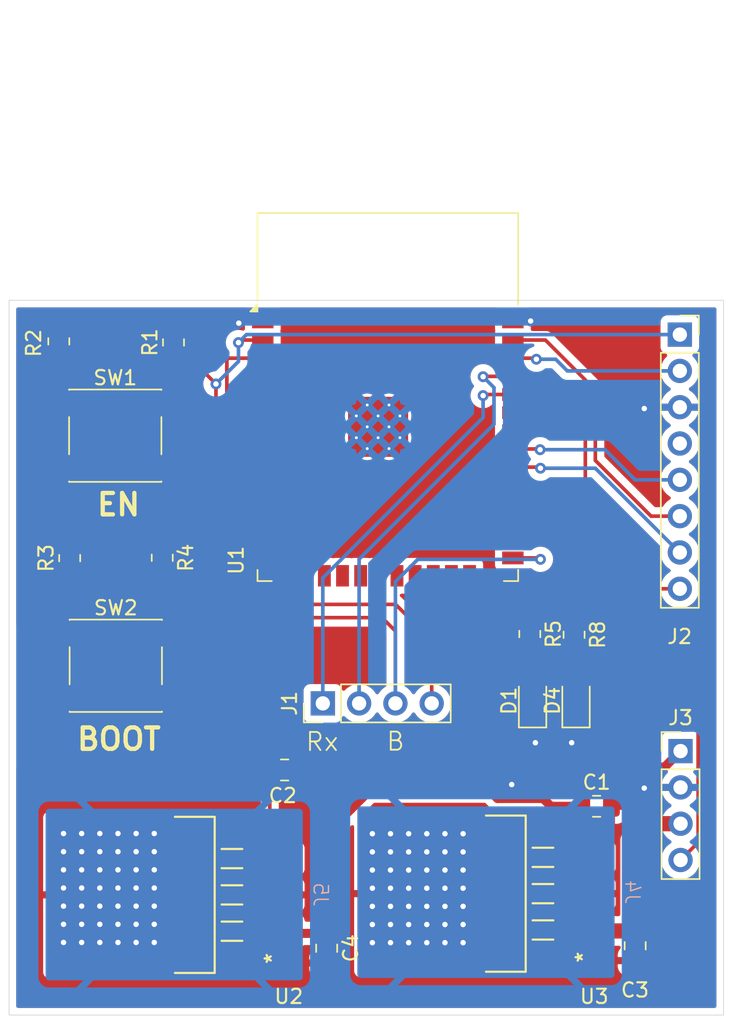
<source format=kicad_pcb>
(kicad_pcb (version 20240108) (generator "pcbnew") (generator_version "8.0")
  (layers (0 "F.Cu" signal) (31 "B.Cu" signal) (34 "B.Paste" user) (35 "F.Paste" user) (36 "B.SilkS" user "B.Silkscreen") (37 "F.SilkS" user "F.Silkscreen") (38 "B.Mask" user) (39 "F.Mask" user) (44 "Edge.Cuts" user))
  (net 0 "")
  (net 1 "/5V")
  (net 2 "GND")
  (net 3 "VDD")
  (net 4 "/12V")
  (net 5 "Net-(D1-A)")
  (net 6 "Net-(D4-A)")
  (net 7 "/EN")
  (net 8 "Net-(J1-Pin_2)")
  (net 9 "Net-(J1-Pin_1)")
  (net 10 "/BOOT")
  (net 11 "/SDA")
  (net 12 "/SCK")
  (net 13 "/NC")
  (net 14 "/MISO")
  (net 15 "/MOSI")
  (net 16 "/RST")
  (net 17 "Net-(J3-Pin_4)")
  (net 18 "Net-(R2-Pad2)")
  (net 19 "Net-(R4-Pad2)")
  (net 20 "/Green")
  (net 21 "/RED")
  (net 25 "/Blue")
  (footprint "Resistor_SMD:R_0805_2012Metric_Pad1.20x1.40mm_HandSolder" (layer "F.Cu") (at 131.2418 95.0374 90)
    (property "Reference" "R3" (at 0 -1.65 -90) (layer "F.SilkS"))
    (property "Value" "12K")
    (fp_line (start -0.227064 -0.735) (end 0.227064 -0.735) (stroke (width 0.12)) (layer "F.SilkS"))
    (fp_line (start -0.227064 0.735) (end 0.227064 0.735) (stroke (width 0.12)) (layer "F.SilkS"))
    (pad "1" smd roundrect (at -1 0 90) (size 1.2 1.4) (layers "F.Cu" "F.Paste" "F.Mask") (roundrect_rratio 0.208333) (net 3 "VDD"))
    (pad "2" smd roundrect (at 1 0 90) (size 1.2 1.4) (layers "F.Cu" "F.Paste" "F.Mask") (roundrect_rratio 0.208333) (net 10 "/BOOT"))
  )
  (footprint "Connector_PinHeader_2.54mm:PinHeader_1x04_P2.54mm_Vertical" (layer "F.Cu") (at 173.99 108.5342)
    (property "Reference" "J3" (at 0 -2.33 0) (layer "F.SilkS"))
    (property "Value" "Conn_01x04_Pin")
    (fp_line (start -1.33 -1.33) (end 0 -1.33) (stroke (width 0.12)) (layer "F.SilkS"))
    (fp_line (start -1.33 0) (end -1.33 -1.33) (stroke (width 0.12)) (layer "F.SilkS"))
    (fp_line (start -1.33 1.27) (end -1.33 8.95) (stroke (width 0.12)) (layer "F.SilkS"))
    (fp_line (start -1.33 1.27) (end 1.33 1.27) (stroke (width 0.12)) (layer "F.SilkS"))
    (fp_line (start -1.33 8.95) (end 1.33 8.95) (stroke (width 0.12)) (layer "F.SilkS"))
    (fp_line (start 1.33 1.27) (end 1.33 8.95) (stroke (width 0.12)) (layer "F.SilkS"))
    (pad "1" thru_hole rect (at 0 0) (size 1.7 1.7) (drill 1) (layers "*.Cu" "*.Mask") (net 1 "/5V"))
    (pad "2" thru_hole oval (at 0 2.54) (size 1.7 1.7) (drill 1) (layers "*.Cu" "*.Mask") (net 2 "GND"))
    (pad "3" thru_hole oval (at 0 5.08) (size 1.7 1.7) (drill 1) (layers "*.Cu" "*.Mask") (net 4 "/12V"))
    (pad "4" thru_hole oval (at 0 7.62) (size 1.7 1.7) (drill 1) (layers "*.Cu" "*.Mask") (net 17 "Net-(J3-Pin_4)"))
  )
  (footprint "Capacitor_SMD:C_0805_2012Metric_Pad1.18x1.45mm_HandSolder" (layer "F.Cu") (at 170.815 122.1525 -90)
    (property "Reference" "C3" (at 3.097499 0.014999 180) (layer "F.SilkS"))
    (property "Value" "0.22")
    (fp_line (start -0.261252 0.735) (end 0.261252 0.735) (stroke (width 0.12)) (layer "F.SilkS"))
    (fp_line (start -0.261252 -0.735) (end 0.261252 -0.735) (stroke (width 0.12)) (layer "F.SilkS"))
    (pad "1" smd roundrect (at -1.0375 0 270) (size 1.175 1.45) (layers "F.Cu" "F.Paste" "F.Mask") (roundrect_rratio 0.212766) (net 4 "/12V"))
    (pad "2" smd roundrect (at 1.0375 0 270) (size 1.175 1.45) (layers "F.Cu" "F.Paste" "F.Mask") (roundrect_rratio 0.212766) (net 2 "GND"))
  )
  (footprint "Capacitor_SMD:C_0805_2012Metric_Pad1.18x1.45mm_HandSolder" (layer "F.Cu") (at 149.225 122.3225 -90)
    (property "Reference" "C4" (at 0 -1.68 90) (layer "F.SilkS"))
    (property "Value" "0.22u")
    (fp_line (start -0.261252 0.735) (end 0.261252 0.735) (stroke (width 0.12)) (layer "F.SilkS"))
    (fp_line (start -0.261252 -0.735) (end 0.261252 -0.735) (stroke (width 0.12)) (layer "F.SilkS"))
    (pad "1" smd roundrect (at -1.0375 0 270) (size 1.175 1.45) (layers "F.Cu" "F.Paste" "F.Mask") (roundrect_rratio 0.212766) (net 1 "/5V"))
    (pad "2" smd roundrect (at 1.0375 0 270) (size 1.175 1.45) (layers "F.Cu" "F.Paste" "F.Mask") (roundrect_rratio 0.212766) (net 2 "GND"))
  )
  (footprint "Resistor_SMD:R_0805_2012Metric_Pad1.20x1.40mm_HandSolder" (layer "F.Cu") (at 137.7188 95.012 -90)
    (property "Reference" "R4" (at 0 -1.65 90) (layer "F.SilkS"))
    (property "Value" "470")
    (fp_line (start -0.227064 0.735) (end 0.227064 0.735) (stroke (width 0.12)) (layer "F.SilkS"))
    (fp_line (start -0.227064 -0.735) (end 0.227064 -0.735) (stroke (width 0.12)) (layer "F.SilkS"))
    (pad "1" smd roundrect (at -1 0 270) (size 1.2 1.4) (layers "F.Cu" "F.Paste" "F.Mask") (roundrect_rratio 0.208333) (net 10 "/BOOT"))
    (pad "2" smd roundrect (at 1 0 270) (size 1.2 1.4) (layers "F.Cu" "F.Paste" "F.Mask") (roundrect_rratio 0.208333) (net 19 "Net-(R4-Pad2)"))
  )
  (footprint "Button_Switch_SMD:SW_Push_1P1T_NO_6x6mm_H9.5mm" (layer "F.Cu") (at 134.4296 86.4722)
    (property "Reference" "SW1" (at 0 -4.05 0) (layer "F.SilkS"))
    (property "Value" "SW_Push")
    (fp_line (start -3.23 -3.23) (end 3.23 -3.23) (stroke (width 0.12)) (layer "F.SilkS"))
    (fp_line (start -3.23 -3.2) (end -3.23 -3.23) (stroke (width 0.12)) (layer "F.SilkS"))
    (fp_line (start -3.23 -1.3) (end -3.23 1.3) (stroke (width 0.12)) (layer "F.SilkS"))
    (fp_line (start -3.23 3.23) (end -3.23 3.2) (stroke (width 0.12)) (layer "F.SilkS"))
    (fp_line (start -3.23 3.23) (end 3.23 3.23) (stroke (width 0.12)) (layer "F.SilkS"))
    (fp_line (start 3.23 -3.23) (end 3.23 -3.2) (stroke (width 0.12)) (layer "F.SilkS"))
    (fp_line (start 3.23 -1.3) (end 3.23 1.3) (stroke (width 0.12)) (layer "F.SilkS"))
    (fp_line (start 3.23 3.23) (end 3.23 3.2) (stroke (width 0.12)) (layer "F.SilkS"))
    (pad "1" smd rect (at -3.975 -2.25) (size 1.55 1.3) (layers "F.Cu" "F.Paste" "F.Mask") (net 18 "Net-(R2-Pad2)"))
    (pad "1" smd rect (at 3.975 -2.25) (size 1.55 1.3) (layers "F.Cu" "F.Paste" "F.Mask") (net 18 "Net-(R2-Pad2)"))
    (pad "2" smd rect (at -3.975 2.25) (size 1.55 1.3) (layers "F.Cu" "F.Paste" "F.Mask") (net 2 "GND"))
    (pad "2" smd rect (at 3.975 2.25) (size 1.55 1.3) (layers "F.Cu" "F.Paste" "F.Mask") (net 2 "GND"))
  )
  (footprint "Resistor_SMD:R_0805_2012Metric_Pad1.20x1.40mm_HandSolder" (layer "F.Cu") (at 130.4798 79.8736 -90)
    (property "Reference" "R2" (at 0.1264 1.7548 90) (layer "F.SilkS"))
    (property "Value" "470")
    (fp_line (start -0.227064 0.735) (end 0.227064 0.735) (stroke (width 0.12)) (layer "F.SilkS"))
    (fp_line (start -0.227064 -0.735) (end 0.227064 -0.735) (stroke (width 0.12)) (layer "F.SilkS"))
    (pad "1" smd roundrect (at -1 0 270) (size 1.2 1.4) (layers "F.Cu" "F.Paste" "F.Mask") (roundrect_rratio 0.208333) (net 7 "/EN"))
    (pad "2" smd roundrect (at 1 0 270) (size 1.2 1.4) (layers "F.Cu" "F.Paste" "F.Mask") (roundrect_rratio 0.208333) (net 18 "Net-(R2-Pad2)"))
  )
  (footprint "footprints_5v:TO263-3LD_MCH" (layer "F.Cu") (at 158.4423 118.506 90)
    (property "Reference" "U3" (at -7.194 9.5077 0) (layer "F.SilkS"))
    (property "Value" "MIC2940A-5.0WU")
    (fp_line (start -5.461 1.929749) (end -5.461 4.7117) (stroke (width 0.1524)) (layer "F.SilkS"))
    (fp_line (start 5.461 4.7117) (end 5.461 1.929749) (stroke (width 0.1524)) (layer "F.SilkS"))
    (fp_line (start -5.461 4.7117) (end 5.461 4.7117) (stroke (width 0.1524)) (layer "F.SilkS"))
    (fp_line (start 3.2131 5.1943) (end 3.2131 6.6421) (stroke (width 0.1524)) (layer "F.SilkS"))
    (fp_line (start 1.8669 5.1943) (end 1.8669 6.6421) (stroke (width 0.1524)) (layer "F.SilkS"))
    (fp_line (start 0.6731 5.1943) (end 0.6731 6.6421) (stroke (width 0.1524)) (layer "F.SilkS"))
    (fp_line (start -0.6731 5.1943) (end -0.6731 6.6421) (stroke (width 0.1524)) (layer "F.SilkS"))
    (fp_line (start -1.8669 5.1943) (end -1.8669 6.6421) (stroke (width 0.1524)) (layer "F.SilkS"))
    (fp_line (start -3.2131 5.1943) (end -3.2131 6.6421) (stroke (width 0.1524)) (layer "F.SilkS"))
    (fp_text user "*" (at -4.445 8.7503 90) (layer "F.SilkS"))
    (fp_text user "*" (at -4.445 8.7503 -90) (layer "F.SilkS"))
    (pad "1" smd rect (at -2.54 8.7503 90) (size 1.397 3.5052) (layers "F.Cu" "F.Paste" "F.Mask") (net 4 "/12V"))
    (pad "2" smd rect (at 0 8.7503 90) (size 1.397 3.5052) (layers "F.Cu" "F.Paste" "F.Mask") (net 2 "GND"))
    (pad "3" smd rect (at 2.54 8.7503 90) (size 1.397 3.5052) (layers "F.Cu" "F.Paste" "F.Mask") (net 1 "/5V"))
    (pad "4" smd rect (at 0 -2.5908 90) (size 10.7188 8.4074) (layers "F.Cu" "F.Paste" "F.Mask") (net 2 "GND"))
  )
  (footprint "Capacitor_SMD:C_0805_2012Metric_Pad1.18x1.45mm_HandSolder" (layer "F.Cu") (at 168.115 112.395)
    (property "Reference" "C1" (at 0 -1.68 0) (layer "F.SilkS"))
    (property "Value" "10u")
    (fp_line (start -0.261252 -0.735) (end 0.261252 -0.735) (stroke (width 0.12)) (layer "F.SilkS"))
    (fp_line (start -0.261252 0.735) (end 0.261252 0.735) (stroke (width 0.12)) (layer "F.SilkS"))
    (pad "1" smd roundrect (at -1.0375 0) (size 1.175 1.45) (layers "F.Cu" "F.Paste" "F.Mask") (roundrect_rratio 0.212766) (net 1 "/5V"))
    (pad "2" smd roundrect (at 1.0375 0) (size 1.175 1.45) (layers "F.Cu" "F.Paste" "F.Mask") (roundrect_rratio 0.212766) (net 2 "GND"))
  )
  (footprint "LED_SMD:LED_0805_2012Metric_Pad1.15x1.40mm_HandSolder" (layer "F.Cu") (at 166.6748 105.02 90)
    (property "Reference" "D4" (at 0 -1.65 -90) (layer "F.SilkS"))
    (property "Value" "RED LED")
    (fp_line (start 1 -0.96) (end -1.86 -0.96) (stroke (width 0.12)) (layer "F.SilkS"))
    (fp_line (start -1.86 -0.96) (end -1.86 0.96) (stroke (width 0.12)) (layer "F.SilkS"))
    (fp_line (start -1.86 0.96) (end 1 0.96) (stroke (width 0.12)) (layer "F.SilkS"))
    (pad "1" smd roundrect (at -1.025 0 90) (size 1.15 1.4) (layers "F.Cu" "F.Paste" "F.Mask") (roundrect_rratio 0.217391) (net 2 "GND"))
    (pad "2" smd roundrect (at 1.025 0 90) (size 1.15 1.4) (layers "F.Cu" "F.Paste" "F.Mask") (roundrect_rratio 0.217391) (net 6 "Net-(D4-A)"))
  )
  (footprint "Connector_PinHeader_2.54mm:PinHeader_1x04_P2.54mm_Vertical" (layer "F.Cu") (at 148.9556 105.1968 90)
    (property "Reference" "J1" (at 0 -2.33 -90) (layer "F.SilkS"))
    (property "Value" "Conn_01x04_Pin")
    (fp_line (start -1.33 -1.33) (end 0 -1.33) (stroke (width 0.12)) (layer "F.SilkS"))
    (fp_line (start -1.33 0) (end -1.33 -1.33) (stroke (width 0.12)) (layer "F.SilkS"))
    (fp_line (start 1.33 1.27) (end 1.33 8.95) (stroke (width 0.12)) (layer "F.SilkS"))
    (fp_line (start -1.33 1.27) (end 1.33 1.27) (stroke (width 0.12)) (layer "F.SilkS"))
    (fp_line (start -1.33 1.27) (end -1.33 8.95) (stroke (width 0.12)) (layer "F.SilkS"))
    (fp_line (start -1.33 8.95) (end 1.33 8.95) (stroke (width 0.12)) (layer "F.SilkS"))
    (pad "1" thru_hole rect (at 0 0 90) (size 1.7 1.7) (drill 1) (layers "*.Cu" "*.Mask") (net 9 "Net-(J1-Pin_1)"))
    (pad "2" thru_hole oval (at 0 2.54 90) (size 1.7 1.7) (drill 1) (layers "*.Cu" "*.Mask") (net 8 "Net-(J1-Pin_2)"))
    (pad "3" thru_hole oval (at 0 5.08 90) (size 1.7 1.7) (drill 1) (layers "*.Cu" "*.Mask") (net 10 "/BOOT"))
    (pad "4" thru_hole oval (at 0 7.62 90) (size 1.7 1.7) (drill 1) (layers "*.Cu" "*.Mask") (net 7 "/EN"))
  )
  (footprint "Capacitor_SMD:C_0805_2012Metric_Pad1.18x1.45mm_HandSolder" (layer "F.Cu") (at 146.2825 109.855)
    (property "Reference" "C2" (at -0.1325 1.795 0) (layer "F.SilkS"))
    (property "Value" "10u")
    (fp_line (start -0.261252 -0.735) (end 0.261252 -0.735) (stroke (width 0.12)) (layer "F.SilkS"))
    (fp_line (start -0.261252 0.735) (end 0.261252 0.735) (stroke (width 0.12)) (layer "F.SilkS"))
    (pad "1" smd roundrect (at -1.0375 0) (size 1.175 1.45) (layers "F.Cu" "F.Paste" "F.Mask") (roundrect_rratio 0.212766) (net 3 "VDD"))
    (pad "2" smd roundrect (at 1.0375 0) (size 1.175 1.45) (layers "F.Cu" "F.Paste" "F.Mask") (roundrect_rratio 0.212766) (net 2 "GND"))
  )
  (footprint "RF_Module:ESP32-WROOM-32" (layer "F.Cu") (at 153.5052 86.7614)
    (property "Reference" "U1" (at -10.61 8.43 90) (layer "F.SilkS"))
    (property "Value" "ESP32-WROOM-32")
    (fp_line (start -9.12 -15.86) (end -9.12 -9.7) (stroke (width 0.12)) (layer "F.SilkS"))
    (fp_line (start -9.12 -15.86) (end 9.12 -15.86) (stroke (width 0.12)) (layer "F.SilkS"))
    (fp_line (start -9.12 9.1) (end -9.12 9.88) (stroke (width 0.12)) (layer "F.SilkS"))
    (fp_line (start -9.12 9.88) (end -8.12 9.88) (stroke (width 0.12)) (layer "F.SilkS"))
    (fp_line (start 9.12 -15.86) (end 9.12 -9.445) (stroke (width 0.12)) (layer "F.SilkS"))
    (fp_line (start 9.12 9.1) (end 9.12 9.88) (stroke (width 0.12)) (layer "F.SilkS"))
    (fp_line (start 9.12 9.88) (end 8.12 9.88) (stroke (width 0.12)) (layer "F.SilkS"))
    (fp_poly (pts (xy -9.125 -8.975) (xy -9.625 -8.975) (xy -9.125 -9.475) (xy -9.125 -8.975)) (stroke (width 0.12)) (fill solid) (layer "F.SilkS"))
    (pad "1" smd rect (at -8.75 -8.25) (size 1.5 0.9) (layers "F.Cu" "F.Paste" "F.Mask") (net 2 "GND"))
    (pad "2" smd rect (at -8.75 -6.98) (size 1.5 0.9) (layers "F.Cu" "F.Paste" "F.Mask") (net 3 "VDD"))
    (pad "3" smd rect (at -8.75 -5.71) (size 1.5 0.9) (layers "F.Cu" "F.Paste" "F.Mask") (net 7 "/EN"))
    (pad "4" smd rect (at -8.75 -4.44) (size 1.5 0.9) (layers "F.Cu" "F.Paste" "F.Mask"))
    (pad "5" smd rect (at -8.75 -3.17) (size 1.5 0.9) (layers "F.Cu" "F.Paste" "F.Mask"))
    (pad "6" smd rect (at -8.75 -1.9) (size 1.5 0.9) (layers "F.Cu" "F.Paste" "F.Mask"))
    (pad "7" smd rect (at -8.75 -0.63) (size 1.5 0.9) (layers "F.Cu" "F.Paste" "F.Mask"))
    (pad "8" smd rect (at -8.75 0.64) (size 1.5 0.9) (layers "F.Cu" "F.Paste" "F.Mask"))
    (pad "9" smd rect (at -8.75 1.91) (size 1.5 0.9) (layers "F.Cu" "F.Paste" "F.Mask"))
    (pad "10" smd rect (at -8.75 3.18) (size 1.5 0.9) (layers "F.Cu" "F.Paste" "F.Mask"))
    (pad "11" smd rect (at -8.75 4.45) (size 1.5 0.9) (layers "F.Cu" "F.Paste" "F.Mask"))
    (pad "12" smd rect (at -8.75 5.72) (size 1.5 0.9) (layers "F.Cu" "F.Paste" "F.Mask"))
    (pad "13" smd rect (at -8.75 6.99) (size 1.5 0.9) (layers "F.Cu" "F.Paste" "F.Mask"))
    (pad "14" smd rect (at -8.75 8.26) (size 1.5 0.9) (layers "F.Cu" "F.Paste" "F.Mask"))
    (pad "15" smd rect (at -5.71 9.51 90) (size 1.5 0.9) (layers "F.Cu" "F.Paste" "F.Mask") (net 2 "GND"))
    (pad "16" smd rect (at -4.44 9.51 90) (size 1.5 0.9) (layers "F.Cu" "F.Paste" "F.Mask"))
    (pad "17" smd rect (at -3.17 9.51 90) (size 1.5 0.9) (layers "F.Cu" "F.Paste" "F.Mask"))
    (pad "18" smd rect (at -1.9 9.51 90) (size 1.5 0.9) (layers "F.Cu" "F.Paste" "F.Mask"))
    (pad "19" smd rect (at -0.63 9.51 90) (size 1.5 0.9) (layers "F.Cu" "F.Paste" "F.Mask"))
    (pad "20" smd rect (at 0.64 9.51 90) (size 1.5 0.9) (layers "F.Cu" "F.Paste" "F.Mask"))
    (pad "21" smd rect (at 1.91 9.51 90) (size 1.5 0.9) (layers "F.Cu" "F.Paste" "F.Mask"))
    (pad "22" smd rect (at 3.18 9.51 90) (size 1.5 0.9) (layers "F.Cu" "F.Paste" "F.Mask"))
    (pad "23" smd rect (at 4.45 9.51 90) (size 1.5 0.9) (layers "F.Cu" "F.Paste" "F.Mask") (net 25 "/Blue"))
    (pad "24" smd rect (at 5.72 9.51 90) (size 1.5 0.9) (layers "F.Cu" "F.Paste" "F.Mask") (net 20 "/Green"))
    (pad "25" smd rect (at 8.75 8.26) (size 1.5 0.9) (layers "F.Cu" "F.Paste" "F.Mask") (net 10 "/BOOT"))
    (pad "26" smd rect (at 8.75 6.99) (size 1.5 0.9) (layers "F.Cu" "F.Paste" "F.Mask") (net 21 "/RED"))
    (pad "27" smd rect (at 8.75 5.72) (size 1.5 0.9) (layers "F.Cu" "F.Paste" "F.Mask"))
    (pad "28" smd rect (at 8.75 4.45) (size 1.5 0.9) (layers "F.Cu" "F.Paste" "F.Mask"))
    (pad "29" smd rect (at 8.75 3.18) (size 1.5 0.9) (layers "F.Cu" "F.Paste" "F.Mask") (net 17 "Net-(J3-Pin_4)"))
    (pad "30" smd rect (at 8.75 1.91) (size 1.5 0.9) (layers "F.Cu" "F.Paste" "F.Mask") (net 12 "/SCK"))
    (pad "31" smd rect (at 8.75 0.64) (size 1.5 0.9) (layers "F.Cu" "F.Paste" "F.Mask") (net 14 "/MISO"))
    (pad "32" smd rect (at 8.75 -0.63) (size 1.5 0.9) (layers "F.Cu" "F.Paste" "F.Mask"))
    (pad "33" smd rect (at 8.75 -1.9) (size 1.5 0.9) (layers "F.Cu" "F.Paste" "F.Mask") (net 11 "/SDA"))
    (pad "34" smd rect (at 8.75 -3.17) (size 1.5 0.9) (layers "F.Cu" "F.Paste" "F.Mask") (net 9 "Net-(J1-Pin_1)"))
    (pad "35" smd rect (at 8.75 -4.44) (size 1.5 0.9) (layers "F.Cu" "F.Paste" "F.Mask") (net 8 "Net-(J1-Pin_2)"))
    (pad "36" smd rect (at 8.75 -5.71) (size 1.5 0.9) (layers "F.Cu" "F.Paste" "F.Mask") (net 16 "/RST"))
    (pad "37" smd rect (at 8.75 -6.98) (size 1.5 0.9) (layers "F.Cu" "F.Paste" "F.Mask") (net 15 "/MOSI"))
    (pad "38" smd rect (at 8.75 -8.25) (size 1.5 0.9) (layers "F.Cu" "F.Paste" "F.Mask") (net 2 "GND"))
    (pad "39" smd rect (at -2.205 -2.435) (size 1.05 1.05) (layers "F.Cu" "F.Paste") (net 2 "GND"))
    (pad "39" thru_hole circle (at -2.205 -1.6725) (size 0.6 0.6) (drill 0.2) (property pad_prop_heatsink) (layers "*.Cu" "F.Mask") (net 2 "GND"))
    (pad "39" smd rect (at -2.205 -0.91) (size 1.05 1.05) (layers "F.Cu" "F.Paste") (net 2 "GND"))
    (pad "39" thru_hole circle (at -2.205 -0.1475) (size 0.6 0.6) (drill 0.2) (property pad_prop_heatsink) (layers "*.Cu" "F.Mask") (net 2 "GND"))
    (pad "39" smd rect (at -2.205 0.615) (size 1.05 1.05) (layers "F.Cu" "F.Paste") (net 2 "GND"))
    (pad "39" thru_hole circle (at -1.4425 -2.435) (size 0.6 0.6) (drill 0.2) (property pad_prop_heatsink) (layers "*.Cu" "F.Mask") (net 2 "GND"))
    (pad "39" thru_hole circle (at -1.4425 -0.91) (size 0.6 0.6) (drill 0.2) (property pad_prop_heatsink) (layers "*.Cu" "F.Mask") (net 2 "GND"))
    (pad "39" thru_hole circle (at -1.4425 0.615) (size 0.6 0.6) (drill 0.2) (property pad_prop_heatsink) (layers "*.Cu" "F.Mask") (net 2 "GND"))
    (pad "39" smd rect (at -0.68 -2.435) (size 1.05 1.05) (layers "F.Cu" "F.Paste") (net 2 "GND"))
    (pad "39" thru_hole circle (at -0.68 -1.6725) (size 0.6 0.6) (drill 0.2) (property pad_prop_heatsink) (layers "*.Cu" "F.Mask") (net 2 "GND"))
    (pad "39" smd rect (at -0.68 -0.91) (size 1.05 1.05) (layers "F.Cu" "F.Paste") (net 2 "GND"))
    (pad "39" smd rect (at -0.68 -0.91) (size 4.2 4.2) (layers "F.Cu" "F.Mask") (net 2 "GND"))
    (pad "39" thru_hole circle (at -0.68 -0.1475) (size 0.6 0.6) (drill 0.2) (property pad_prop_heatsink) (layers "*.Cu" "F.Mask") (net 2 "GND"))
    (pad "39" smd rect (at -0.68 0.615) (size 1.05 1.05) (layers "F.Cu" "F.Paste") (net 2 "GND"))
    (pad "39" thru_hole circle (at 0.0825 -2.435) (size 0.6 0.6) (drill 0.2) (property pad_prop_heatsink) (layers "*.Cu" "F.Mask") (net 2 "GND"))
    (pad "39" thru_hole circle (at 0.0825 -0.91) (size 0.6 0.6) (drill 0.2) (property pad_prop_heatsink) (layers "*.Cu" "F.Mask") (net 2 "GND"))
    (pad "39" thru_hole circle (at 0.0825 0.615) (size 0.6 0.6) (drill 0.2) (property pad_prop_heatsink) (layers "*.Cu" "F.Mask") (net 2 "GND"))
    (pad "39" smd rect (at 0.845 -2.435) (size 1.05 1.05) (layers "F.Cu" "F.Paste") (net 2 "GND"))
    (pad "39" thru_hole circle (at 0.845 -1.6725) (size 0.6 0.6) (drill 0.2) (property pad_prop_heatsink) (layers "*.Cu" "F.Mask") (net 2 "GND"))
    (pad "39" smd rect (at 0.845 -0.91) (size 1.05 1.05) (layers "F.Cu" "F.Paste") (net 2 "GND"))
    (pad "39" thru_hole circle (at 0.845 -0.1475) (size 0.6 0.6) (drill 0.2) (property pad_prop_heatsink) (layers "*.Cu" "F.Mask") (net 2 "GND"))
    (pad "39" smd rect (at 0.845 0.615) (size 1.05 1.05) (layers "F.Cu" "F.Paste") (net 2 "GND"))
    (zone (net 0) (net_name "") (layers "F.Cu" "In1.Cu" "B.Cu") (connect_pads (clearance 0)) (min_thickness 0.254)
      (keepout (tracks not_allowed) (vias not_allowed) (pads not_allowed) (copperpour not_allowed) (footprints not_allowed))
      (fill (thermal_gap 0.508) (thermal_bridge_width 0.508))
      (polygon (pts (xy 129.5052 76.9614) (xy 177.5052 76.9614) (xy 177.5052 56.0214) (xy 129.5052 56.0214)))
    )
  )
  (footprint "Button_Switch_SMD:SW_Push_1P1T_NO_6x6mm_H9.5mm" (layer "F.Cu") (at 134.4676 102.5652)
    (property "Reference" "SW2" (at 0 -4.05 0) (layer "F.SilkS"))
    (property "Value" "SW_Push")
    (fp_line (start -3.23 -3.23) (end 3.23 -3.23) (stroke (width 0.12)) (layer "F.SilkS"))
    (fp_line (start -3.23 -3.2) (end -3.23 -3.23) (stroke (width 0.12)) (layer "F.SilkS"))
    (fp_line (start -3.23 -1.3) (end -3.23 1.3) (stroke (width 0.12)) (layer "F.SilkS"))
    (fp_line (start -3.23 3.23) (end -3.23 3.2) (stroke (width 0.12)) (layer "F.SilkS"))
    (fp_line (start -3.23 3.23) (end 3.23 3.23) (stroke (width 0.12)) (layer "F.SilkS"))
    (fp_line (start 3.23 -3.23) (end 3.23 -3.2) (stroke (width 0.12)) (layer "F.SilkS"))
    (fp_line (start 3.23 -1.3) (end 3.23 1.3) (stroke (width 0.12)) (layer "F.SilkS"))
    (fp_line (start 3.23 3.23) (end 3.23 3.2) (stroke (width 0.12)) (layer "F.SilkS"))
    (pad "1" smd rect (at -3.975 -2.25) (size 1.55 1.3) (layers "F.Cu" "F.Paste" "F.Mask") (net 19 "Net-(R4-Pad2)"))
    (pad "1" smd rect (at 3.975 -2.25) (size 1.55 1.3) (layers "F.Cu" "F.Paste" "F.Mask") (net 19 "Net-(R4-Pad2)"))
    (pad "2" smd rect (at -3.975 2.25) (size 1.55 1.3) (layers "F.Cu" "F.Paste" "F.Mask") (net 2 "GND"))
    (pad "2" smd rect (at 3.975 2.25) (size 1.55 1.3) (layers "F.Cu" "F.Paste" "F.Mask") (net 2 "GND"))
  )
  (footprint "footprints:TO263-3LD_MCH" (layer "F.Cu") (at 136.6774 118.5926 90)
    (property "Reference" "U2" (at -7.1074 9.8976 0) (layer "F.SilkS"))
    (property "Value" "MIC2940A-3.3WU")
    (fp_line (start -5.461 1.929749) (end -5.461 4.7117) (stroke (width 0.1524)) (layer "F.SilkS"))
    (fp_line (start 5.461 4.7117) (end 5.461 1.929749) (stroke (width 0.1524)) (layer "F.SilkS"))
    (fp_line (start -5.461 4.7117) (end 5.461 4.7117) (stroke (width 0.1524)) (layer "F.SilkS"))
    (fp_line (start 3.2131 5.1943) (end 3.2131 6.6421) (stroke (width 0.1524)) (layer "F.SilkS"))
    (fp_line (start 1.8669 5.1943) (end 1.8669 6.6421) (stroke (width 0.1524)) (layer "F.SilkS"))
    (fp_line (start 0.6731 5.1943) (end 0.6731 6.6421) (stroke (width 0.1524)) (layer "F.SilkS"))
    (fp_line (start -0.6731 5.1943) (end -0.6731 6.6421) (stroke (width 0.1524)) (layer "F.SilkS"))
    (fp_line (start -1.8669 5.1943) (end -1.8669 6.6421) (stroke (width 0.1524)) (layer "F.SilkS"))
    (fp_line (start -3.2131 5.1943) (end -3.2131 6.6421) (stroke (width 0.1524)) (layer "F.SilkS"))
    (fp_text user "*" (at -4.445 8.7503 90) (layer "F.SilkS"))
    (fp_text user "*" (at -4.445 8.7503 -90) (layer "F.SilkS"))
    (pad "1" smd rect (at -2.54 8.7503 90) (size 1.397 3.5052) (layers "F.Cu" "F.Paste" "F.Mask") (net 1 "/5V"))
    (pad "2" smd rect (at 0 8.7503 90) (size 1.397 3.5052) (layers "F.Cu" "F.Paste" "F.Mask") (net 2 "GND"))
    (pad "3" smd rect (at 2.54 8.7503 90) (size 1.397 3.5052) (layers "F.Cu" "F.Paste" "F.Mask") (net 3 "VDD"))
    (pad "4" smd rect (at 0 -2.5908 90) (size 10.7188 8.4074) (layers "F.Cu" "F.Paste" "F.Mask") (net 2 "GND"))
  )
  (footprint "Resistor_SMD:R_0805_2012Metric_Pad1.20x1.40mm_HandSolder" (layer "F.Cu") (at 163.4396 100.3464 -90)
    (property "Reference" "R5" (at 0 -1.65 90) (layer "F.SilkS"))
    (property "Value" "470")
    (fp_line (start -0.227064 0.735) (end 0.227064 0.735) (stroke (width 0.12)) (layer "F.SilkS"))
    (fp_line (start -0.227064 -0.735) (end 0.227064 -0.735) (stroke (width 0.12)) (layer "F.SilkS"))
    (pad "1" smd roundrect (at -1 0 270) (size 1.2 1.4) (layers "F.Cu" "F.Paste" "F.Mask") (roundrect_rratio 0.208333) (net 20 "/Green"))
    (pad "2" smd roundrect (at 1 0 270) (size 1.2 1.4) (layers "F.Cu" "F.Paste" "F.Mask") (roundrect_rratio 0.208333) (net 5 "Net-(D1-A)"))
  )
  (footprint "LED_SMD:LED_0805_2012Metric_Pad1.15x1.40mm_HandSolder" (layer "F.Cu") (at 163.6348 105.02 90)
    (property "Reference" "D1" (at 0 -1.65 -90) (layer "F.SilkS"))
    (property "Value" "Green LED")
    (fp_line (start 1 -0.96) (end -1.86 -0.96) (stroke (width 0.12)) (layer "F.SilkS"))
    (fp_line (start -1.86 -0.96) (end -1.86 0.96) (stroke (width 0.12)) (layer "F.SilkS"))
    (fp_line (start -1.86 0.96) (end 1 0.96) (stroke (width 0.12)) (layer "F.SilkS"))
    (pad "1" smd roundrect (at -1.025 0 90) (size 1.15 1.4) (layers "F.Cu" "F.Paste" "F.Mask") (roundrect_rratio 0.217391) (net 2 "GND"))
    (pad "2" smd roundrect (at 1.025 0 90) (size 1.15 1.4) (layers "F.Cu" "F.Paste" "F.Mask") (roundrect_rratio 0.217391) (net 5 "Net-(D1-A)"))
  )
  (footprint "Resistor_SMD:R_0805_2012Metric_Pad1.20x1.40mm_HandSolder" (layer "F.Cu") (at 138.5062 79.9498 90)
    (property "Reference" "R1" (at 0 -1.65 -90) (layer "F.SilkS"))
    (property "Value" "12K")
    (fp_line (start -0.227064 -0.735) (end 0.227064 -0.735) (stroke (width 0.12)) (layer "F.SilkS"))
    (fp_line (start -0.227064 0.735) (end 0.227064 0.735) (stroke (width 0.12)) (layer "F.SilkS"))
    (pad "1" smd roundrect (at -1 0 90) (size 1.2 1.4) (layers "F.Cu" "F.Paste" "F.Mask") (roundrect_rratio 0.208333) (net 3 "VDD"))
    (pad "2" smd roundrect (at 1 0 90) (size 1.2 1.4) (layers "F.Cu" "F.Paste" "F.Mask") (roundrect_rratio 0.208333) (net 7 "/EN"))
  )
  (footprint "Connector_PinSocket_2.54mm:PinSocket_1x08_P2.54mm_Vertical" (layer "F.Cu") (at 173.9392 79.4004)
    (property "Reference" "J2" (at -0.0142 21.1246 0) (layer "F.SilkS"))
    (property "Value" "Conn_01x08_Pin")
    (fp_line (start -1.33 1.27) (end -1.33 19.11) (stroke (width 0.12)) (layer "F.SilkS"))
    (fp_line (start -1.33 1.27) (end 1.33 1.27) (stroke (width 0.12)) (layer "F.SilkS"))
    (fp_line (start -1.33 19.11) (end 1.33 19.11) (stroke (width 0.12)) (layer "F.SilkS"))
    (fp_line (start 0 -1.33) (end 1.33 -1.33) (stroke (width 0.12)) (layer "F.SilkS"))
    (fp_line (start 1.33 -1.33) (end 1.33 0) (stroke (width 0.12)) (layer "F.SilkS"))
    (fp_line (start 1.33 1.27) (end 1.33 19.11) (stroke (width 0.12)) (layer "F.SilkS"))
    (pad "1" thru_hole rect (at 0 0) (size 1.7 1.7) (drill 1) (layers "*.Cu" "*.Mask") (net 3 "VDD"))
    (pad "2" thru_hole oval (at 0 2.54) (size 1.7 1.7) (drill 1) (layers "*.Cu" "*.Mask") (net 16 "/RST"))
    (pad "3" thru_hole oval (at 0 5.08) (size 1.7 1.7) (drill 1) (layers "*.Cu" "*.Mask") (net 2 "GND"))
    (pad "4" thru_hole oval (at 0 7.62) (size 1.7 1.7) (drill 1) (layers "*.Cu" "*.Mask") (net 13 "/NC"))
    (pad "5" thru_hole oval (at 0 10.16) (size 1.7 1.7) (drill 1) (layers "*.Cu" "*.Mask") (net 14 "/MISO"))
    (pad "6" thru_hole oval (at 0 12.7) (size 1.7 1.7) (drill 1) (layers "*.Cu" "*.Mask") (net 15 "/MOSI"))
    (pad "7" thru_hole oval (at 0 15.24) (size 1.7 1.7) (drill 1) (layers "*.Cu" "*.Mask") (net 12 "/SCK"))
    (pad "8" thru_hole oval (at 0 17.78) (size 1.7 1.7) (drill 1) (layers "*.Cu" "*.Mask") (net 11 "/SDA"))
  )
  (footprint "Resistor_SMD:R_0805_2012Metric_Pad1.20x1.40mm_HandSolder" (layer "F.Cu") (at 166.5384 100.3972 -90)
    (property "Reference" "R8" (at 0 -1.65 90) (layer "F.SilkS"))
    (property "Value" "470")
    (fp_line (start -0.227064 0.735) (end 0.227064 0.735) (stroke (width 0.12)) (layer "F.SilkS"))
    (fp_line (start -0.227064 -0.735) (end 0.227064 -0.735) (stroke (width 0.12)) (layer "F.SilkS"))
    (pad "1" smd roundrect (at -1 0 270) (size 1.2 1.4) (layers "F.Cu" "F.Paste" "F.Mask") (roundrect_rratio 0.208333) (net 21 "/RED"))
    (pad "2" smd roundrect (at 1 0 270) (size 1.2 1.4) (layers "F.Cu" "F.Paste" "F.Mask") (roundrect_rratio 0.208333) (net 6 "Net-(D4-A)"))
  )
  (footprint "pad_clearnance_fu:pad_clearancefu" (layer "B.Cu") (at 138.807 118.5672 90)
    (property "Reference" "J5" (at 0 10 -90) (layer "B.SilkS") (effects (font (thickness 0.1)) (justify mirror)))
    (property "Value" "Conn_01x01_Pin" (hide yes))
    (pad "1" smd roundrect (at 0 -0.25 90) (size 12 18) (layers "B.Cu" "B.Paste" "B.Mask") (roundrect_rratio 0.02083333333) (net 2 "GND"))
  )
  (footprint "pad_clearnance_fu:pad_clearancefu" (layer "B.Cu") (at 160.6227 118.4044 90)
    (property "Reference" "J4" (at 0 10 -90) (layer "B.SilkS") (effects (font (thickness 0.1)) (justify mirror)))
    (property "Value" "Conn_01x01_Pin" (hide yes))
    (pad "1" smd roundrect (at 0 -0.25 90) (size 12 18) (layers "B.Cu" "B.Paste" "B.Mask") (roundrect_rratio 0.02083333333) (net 2 "GND"))
  )
  (gr_line (start 127 127) (end 176.9999 127) (stroke (width 0.05)) (layer "Edge.Cuts"))
  (gr_line (start 127 77.0001) (end 176.9999 77.0001) (stroke (width 0.05)) (layer "Edge.Cuts"))
  (gr_line (start 176.9999 77.0001) (end 176.9999 127) (stroke (width 0.05)) (layer "Edge.Cuts"))
  (gr_line (start 127 127) (end 127 77.0001) (stroke (width 0.05)) (layer "Edge.Cuts"))
  (gr_text "Tx" (at 150.4 108.575 0) (layer "F.Cu") (effects (font (size 1.27 1.27) (thickness 0.127)) (justify left bottom)))
  (gr_text "BOOT" (at 131.6 108.575 0) (layer "F.SilkS") (effects (font (size 1.5 1.5) (thickness 0.3) (bold yes)) (justify left bottom)))
  (gr_text "EN" (at 133 92.175 0) (layer "F.SilkS") (effects (font (size 1.5 1.5) (thickness 0.3) (bold yes)) (justify left bottom)))
  (gr_text "Rx" (at 147.675 108.625 0) (layer "F.SilkS") (effects (font (size 1.27 1.27) (thickness 0.127)) (justify left bottom)))
  (gr_text "B" (at 153.325 108.6 0) (layer "F.SilkS") (effects (font (size 1.27 1.27) (thickness 0.127)) (justify left bottom)))
  (segment (start 167.1525 112.59) (end 167.1525 115.9259) (width 0.635) (layer "F.Cu") (net 1))
  (segment (start 160.655 111.3282) (end 152.1968 111.3282) (width 0.635) (layer "F.Cu") (net 1))
  (segment (start 161.1768 111.85) (end 164.375 111.85) (width 0.635) (layer "F.Cu") (net 1))
  (segment (start 167.1926 115.966) (end 166.1385 115.966) (width 0.635) (layer "F.Cu") (net 1))
  (segment (start 146.4818 121.1326) (end 145.4277 121.1326) (width 0.635) (layer "F.Cu") (net 1))
  (segment (start 149.225 114.3) (end 149.225 121.285) (width 0.635) (layer "F.Cu") (net 1))
  (segment (start 173.99 108.5342) (end 172.8715 109.6527) (width 0.635) (layer "F.Cu") (net 1))
  (segment (start 172.8715 109.6527) (end 160.8573 109.6527) (width 0.635) (layer "F.Cu") (net 1))
  (segment (start 149.225 121.285) (end 145.5801 121.285) (width 0.635) (layer "F.Cu") (net 1))
  (segment (start 164.92 112.395) (end 167.0775 112.395) (width 0.635) (layer "F.Cu") (net 1))
  (segment (start 145.5801 121.285) (end 145.4277 121.1326) (width 0.635) (layer "F.Cu") (net 1))
  (segment (start 167.1525 115.9259) (end 167.1926 115.966) (width 0.635) (layer "F.Cu") (net 1))
  (segment (start 164.375 111.85) (end 164.92 112.395) (width 0.635) (layer "F.Cu") (net 1))
  (segment (start 160.8573 109.6527) (end 160.655 109.855) (width 0.635) (layer "F.Cu") (net 1))
  (segment (start 160.655 109.855) (end 160.655 111.3282) (width 0.635) (layer "F.Cu") (net 1))
  (segment (start 160.655 111.3282) (end 161.1768 111.85) (width 0.635) (layer "F.Cu") (net 1))
  (segment (start 152.1968 111.3282) (end 149.225 114.3) (width 0.635) (layer "F.Cu") (net 1))
  (segment (start 163.6348 106.045) (end 163.6348 107.7548) (width 0.254) (layer "F.Cu") (net 2))
  (segment (start 166.6748 107.6452) (end 166.37 107.95) (width 0.254) (layer "F.Cu") (net 2))
  (segment (start 143.1636 78.5114) (end 143.075 78.6) (width 0.254) (layer "F.Cu") (net 2))
  (segment (start 163.4386 78.5114) (end 162.2552 78.5114) (width 0.254) (layer "F.Cu") (net 2))
  (segment (start 163.4676 106.2122) (end 163.6348 106.045) (width 0.254) (layer "F.Cu") (net 2))
  (segment (start 166.6748 106.045) (end 166.6748 107.6452) (width 0.254) (layer "F.Cu") (net 2))
  (segment (start 144.7552 78.5114) (end 143.1636 78.5114) (width 0.254) (layer "F.Cu") (net 2))
  (segment (start 163.5 78.45) (end 163.4386 78.5114) (width 0.254) (layer "F.Cu") (net 2))
  (segment (start 163.6348 107.7548) (end 163.83 107.95) (width 0.254) (layer "F.Cu") (net 2))
  (via (at 135.89 116.84) (size 0.762) (drill 0.381) (layers "F.Cu" "B.Cu") (net 2))
  (via (at 137.16 115.57) (size 0.762) (drill 0.381) (layers "F.Cu" "B.Cu") (net 2))
  (via (at 137.16 120.65) (size 0.762) (drill 0.381) (layers "F.Cu" "B.Cu") (net 2))
  (via (at 154.9625 118.125) (size 0.762) (drill 0.381) (layers "F.Cu" "B.Cu") (net 2))
  (via (at 158.7725 116.855) (size 0.762) (drill 0.381) (layers "F.Cu" "B.Cu") (net 2))
  (via (at 135.89 119.38) (size 0.762) (drill 0.381) (layers "F.Cu" "B.Cu") (net 2))
  (via (at 156.2325 114.315) (size 0.762) (drill 0.381) (layers "F.Cu" "B.Cu") (net 2))
  (via (at 133.35 115.57) (size 0.762) (drill 0.381) (layers "F.Cu" "B.Cu") (net 2))
  (via (at 135.89 115.57) (size 0.762) (drill 0.381) (layers "F.Cu" "B.Cu") (net 2))
  (via (at 137.16 114.3) (size 0.762) (drill 0.381) (layers "F.Cu" "B.Cu") (net 2))
  (via (at 134.62 115.57) (size 0.762) (drill 0.381) (layers "F.Cu" "B.Cu") (net 2))
  (via (at 163.83 107.95) (size 0.762) (drill 0.381) (layers "F.Cu" "B.Cu") (net 2))
  (via (at 163.5 78.45) (size 0.762) (drill 0.381) (layers "F.Cu" "B.Cu") (net 2))
  (via (at 156.2325 116.855) (size 0.762) (drill 0.381) (layers "F.Cu" "B.Cu") (net 2))
  (via (at 158.7725 118.125) (size 0.762) (drill 0.381) (layers "F.Cu" "B.Cu") (net 2))
  (via (at 157.5025 115.585) (size 0.762) (drill 0.381) (layers "F.Cu" "B.Cu") (net 2))
  (via (at 132.08 119.38) (size 0.762) (drill 0.381) (layers "F.Cu" "B.Cu") (net 2))
  (via (at 133.35 114.3) (size 0.762) (drill 0.381) (layers "F.Cu" "B.Cu") (net 2))
  (via (at 162.175 110.875) (size 0.762) (drill 0.381) (layers "F.Cu" "B.Cu") (net 2))
  (via (at 132.08 114.3) (size 0.762) (drill 0.381) (layers "F.Cu" "B.Cu") (net 2))
  (via (at 153.6925 121.935) (size 0.762) (drill 0.381) (layers "F.Cu" "B.Cu") (net 2))
  (via (at 153.6925 120.665) (size 0.762) (drill 0.381) (layers "F.Cu" "B.Cu") (net 2))
  (via (at 153.6925 115.585) (size 0.762) (drill 0.381) (layers "F.Cu" "B.Cu") (net 2))
  (via (at 157.5025 116.855) (size 0.762) (drill 0.381) (layers "F.Cu" "B.Cu") (net 2))
  (via (at 158.7725 114.315) (size 0.762) (drill 0.381) (layers "F.Cu" "B.Cu") (net 2))
  (via (at 158.7725 119.395) (size 0.762) (drill 0.381) (layers "F.Cu" "B.Cu") (net 2))
  (via (at 134.62 114.3) (size 0.762) (drill 0.381) (layers "F.Cu" "B.Cu") (net 2))
  (via (at 132.08 115.57) (size 0.762) (drill 0.381) (layers "F.Cu" "B.Cu") (net 2))
  (via (at 156.2325 118.125) (size 0.762) (drill 0.381) (layers "F.Cu" "B.Cu") (net 2))
  (via (at 157.5025 120.665) (size 0.762) (drill 0.381) (layers "F.Cu" "B.Cu") (net 2))
  (via (at 156.2325 120.665) (size 0.762) (drill 0.381) (layers "F.Cu" "B.Cu") (net 2))
  (via (at 157.5025 114.315) (size 0.762) (drill 0.381) (layers "F.Cu" "B.Cu") (net 2))
  (via (at 134.62 120.65) (size 0.762) (drill 0.381) (layers "F.Cu" "B.Cu") (net 2))
  (via (at 137.16 118.11) (size 0.762) (drill 0.381) (layers "F.Cu" "B.Cu") (net 2))
  (via (at 157.5025 118.125) (size 0.762) (drill 0.381) (layers "F.Cu" "B.Cu") (net 2))
  (via (at 157.5025 121.935) (size 0.762) (drill 0.381) (layers "F.Cu" "B.Cu") (net 2))
  (via (at 133.35 119.38) (size 0.762) (drill 0.381) (layers "F.Cu" "B.Cu") (net 2))
  (via (at 130.81 119.38) (size 0.762) (drill 0.381) (layers "F.Cu" "B.Cu") (net 2))
  (via (at 137.16 119.38) (size 0.762) (drill 0.381) (layers "F.Cu" "B.Cu") (net 2))
  (via (at 154.9625 121.935) (size 0.762) (drill 0.381) (layers "F.Cu" "B.Cu") (net 2))
  (via (at 130.81 114.3) (size 0.762) (drill 0.381) (layers "F.Cu" "B.Cu") (net 2))
  (via (at 135.89 121.92) (size 0.762) (drill 0.381) (layers "F.Cu" "B.Cu") (net 2))
  (via (at 130.81 118.11) (size 0.762) (drill 0.381) (layers "F.Cu" "B.Cu") (net 2))
  (via (at 130.81 121.92) (size 0.762) (drill 0.381) (layers "F.Cu" "B.Cu") (net 2))
  (via (at 153.6925 119.395) (size 0.762) (drill 0.381) (layers "F.Cu" "B.Cu") (net 2))
  (via (at 158.7725 120.665) (size 0.762) (drill 0.381) (layers "F.Cu" "B.Cu") (net 2))
  (via (at 130.81 120.65) (size 0.762) (drill 0.381) (layers "F.Cu" "B.Cu") (net 2))
  (via (at 166.37 107.95) (size 0.762) (drill 0.381) (layers "F.Cu" "B.Cu") (net 2))
  (via (at 153.6925 114.315) (size 0.762) (drill 0.381) (layers "F.Cu" "B.Cu") (net 2))
  (via (at 137.16 121.92) (size 0.762) (drill 0.381) (layers "F.Cu" "B.Cu") (net 2))
  (via (at 135.89 118.11) (size 0.762) (drill 0.381) (layers "F.Cu" "B.Cu") (net 2))
  (via (at 158.7725 121.935) (size 0.762) (drill 0.381) (layers "F.Cu" "B.Cu") (net 2))
  (via (at 130.81 116.84) (size 0.762) (drill 0.381) (layers "F.Cu" "B.Cu") (net 2))
  (via (at 132.08 118.11) (size 0.762) (drill 0.381) (layers "F.Cu" "B.Cu") (net 2))
  (via (at 154.9625 120.665) (size 0.762) (drill 0.381) (layers "F.Cu" "B.Cu") (net 2))
  (via (at 143.075 78.6) (size 0.762) (drill 0.381) (layers "F.Cu" "B.Cu") (net 2))
  (via (at 153.6925 116.855) (size 0.762) (drill 0.381) (layers "F.Cu" "B.Cu") (net 2))
  (via (at 154.9625 119.395) (size 0.762) (drill 0.381) (layers "F.Cu" "B.Cu") (net 2))
  (via (at 135.89 120.65) (size 0.762) (drill 0.381) (layers "F.Cu" "B.Cu") (net 2))
  (via (at 152.4225 119.395) (size 0.762) (drill 0.381) (layers "F.Cu" "B.Cu") (net 2))
  (via (at 135.89 114.3) (size 0.762) (drill 0.381) (layers "F.Cu" "B.Cu") (net 2))
  (via (at 152.4225 121.935) (size 0.762) (drill 0.381) (layers "F.Cu" "B.Cu") (net 2))
  (via (at 134.62 116.84) (size 0.762) (drill 0.381) (layers "F.Cu" "B.Cu") (net 2))
  (via (at 133.35 120.65) (size 0.762) (drill 0.381) (layers "F.Cu" "B.Cu") (net 2))
  (via (at 134.62 121.92) (size 0.762) (drill 0.381) (layers "F.Cu" "B.Cu") (net 2))
  (via (at 153.6925 118.125) (size 0.762) (drill 0.381) (layers "F.Cu" "B.Cu") (net 2))
  (via (at 157.5025 119.395) (size 0.762) (drill 0.381) (layers "F.Cu" "B.Cu") (net 2))
  (via (at 132.08 121.92) (size 0.762) (drill 0.381) (layers "F.Cu" "B.Cu") (net 2))
  (via (at 152.4225 114.315) (size 0.762) (drill 0.381) (layers "F.Cu" "B.Cu") (net 2))
  (via (at 132.08 120.65) (size 0.762) (drill 0.381) (layers "F.Cu" "B.Cu") (net 2))
  (via (at 152.4225 120.665) (size 0.762) (drill 0.381) (layers "F.Cu" "B.Cu") (net 2))
  (via (at 137.16 116.84) (size 0.762) (drill 0.381) (layers "F.Cu" "B.Cu") (net 2))
  (via (at 156.2325 121.935) (size 0.762) (drill 0.381) (layers "F.Cu" "B.Cu") (net 2))
  (via (at 171.45 84.575) (size 0.762) (drill 0.381) (layers "F.Cu" "B.Cu") (net 2))
  (via (at 152.4225 118.125) (size 0.762) (drill 0.381) (layers "F.Cu" "B.Cu") (net 2))
  (via (at 152.4225 115.585) (size 0.762) (drill 0.381) (layers "F.Cu" "B.Cu") (net 2))
  (via (at 154.9625 116.855) (size 0.762) (drill 0.381) (layers "F.Cu" "B.Cu") (net 2))
  (via (at 158.7725 115.585) (size 0.762) (drill 0.381) (layers "F.Cu" "B.Cu") (net 2))
  (via (at 133.35 118.11) (size 0.762) (drill 0.381) (layers "F.Cu" "B.Cu") (net 2))
  (via (at 156.2325 115.585) (size 0.762) (drill 0.381) (layers "F.Cu" "B.Cu") (net 2))
  (via (at 156.2325 119.395) (size 0.762) (drill 0.381) (layers "F.Cu" "B.Cu") (net 2))
  (via (at 171.45 111.125) (size 0.762) (drill 0.381) (layers "F.Cu" "B.Cu") (net 2))
  (via (at 130.81 115.57) (size 0.762) (drill 0.381) (layers "F.Cu" "B.Cu") (net 2))
  (via (at 134.62 118.11) (size 0.762) (drill 0.381) (layers "F.Cu" "B.Cu") (net 2))
  (via (at 132.08 116.84) (size 0.762) (drill 0.381) (layers "F.Cu" "B.Cu") (net 2))
  (via (at 152.4225 116.855) (size 0.762) (drill 0.381) (layers "F.Cu" "B.Cu") (net 2))
  (via (at 154.9625 115.585) (size 0.762) (drill 0.381) (layers "F.Cu" "B.Cu") (net 2))
  (via (at 134.62 119.38) (size 0.762) (drill 0.381) (layers "F.Cu" "B.Cu") (net 2))
  (via (at 133.35 121.92) (size 0.762) (drill 0.381) (layers "F.Cu" "B.Cu") (net 2))
  (via (at 133.35 116.84) (size 0.762) (drill 0.381) (layers "F.Cu" "B.Cu") (net 2))
  (via (at 154.9625 114.315) (size 0.762) (drill 0.381) (layers "F.Cu" "B.Cu") (net 2))
  (segment (start 171.5446 84.4804) (end 171.45 84.575) (width 0.254) (layer "B.Cu") (net 2))
  (segment (start 162.175 110.875) (end 162.175 108.425) (width 0.254) (layer "B.Cu") (net 2))
  (segment (start 171.5008 111.0742) (end 171.45 111.125) (width 0.254) (layer "B.Cu") (net 2))
  (segment (start 173.99 111.0742) (end 171.5008 111.0742) (width 0.254) (layer "B.Cu") (net 2))
  (segment (start 162.175 108.425) (end 161.8 108.05) (width 0.254) (layer "B.Cu") (net 2))
  (segment (start 173.9392 84.4804) (end 171.5446 84.4804) (width 0.254) (layer "B.Cu") (net 2))
  (segment (start 140.125 92.3) (end 130.85 92.3) (width 0.254) (layer "F.Cu") (net 3))
  (segment (start 139.573 80.9498) (end 138.5062 80.9498) (width 0.254) (layer "F.Cu") (net 3))
  (segment (start 141.478 90.947) (end 140.125 92.3) (width 0.254) (layer "F.Cu") (net 3))
  (segment (start 129.625 95.375) (end 130.2874 96.0374) (width 0.254) (layer "F.Cu") (net 3))
  (segment (start 138.5951 109.22) (end 128.0922 109.22) (width 0.254) (layer "F.Cu") (net 3))
  (segment (start 141.478 82.8548) (end 141.478 90.947) (width 0.254) (layer "F.Cu") (net 3))
  (segment (start 128.0922 100.2828) (end 131.2418 97.1332) (width 0.254) (layer "F.Cu") (net 3))
  (segment (start 130.85 92.3) (end 129.625 93.525) (width 0.254) (layer "F.Cu") (net 3))
  (segment (start 131.2418 97.1332) (end 131.2418 96.0374) (width 0.254) (layer "F.Cu") (net 3))
  (segment (start 144.7552 79.7814) (end 143.2306 79.7814) (width 0.254) (layer "F.Cu") (net 3))
  (segment (start 141.478 82.8548) (end 139.573 80.9498) (width 0.254) (layer "F.Cu") (net 3))
  (segment (start 139.2301 109.855) (end 138.5951 109.22) (width 0.254) (layer "F.Cu") (net 3))
  (segment (start 145.245 109.855) (end 139.2301 109.855) (width 0.254) (layer "F.Cu") (net 3))
  (segment (start 130.2874 96.0374) (end 131.2418 96.0374) (width 0.254) (layer "F.Cu") (net 3))
  (segment (start 145.245 115.8699) (end 145.4277 116.0526) (width 0.254) (layer "F.Cu") (net 3))
  (segment (start 128.0922 109.22) (end 128.0922 100.2828) (width 0.254) (layer "F.Cu") (net 3))
  (segment (start 129.625 93.525) (end 129.625 95.375) (width 0.254) (layer "F.Cu") (net 3))
  (segment (start 143.2306 79.7814) (end 143.0528 79.9592) (width 0.254) (layer "F.Cu") (net 3))
  (segment (start 145.4277 116.0526) (end 144.3736 116.0526) (width 0.254) (layer "F.Cu") (net 3))
  (segment (start 145.245 109.855) (end 145.245 115.8699) (width 0.254) (layer "F.Cu") (net 3))
  (via (at 143.0528 79.9592) (size 0.762) (drill 0.381) (layers "F.Cu" "B.Cu") (net 3))
  (via (at 141.478 82.8548) (size 0.762) (drill 0.381) (layers "F.Cu" "B.Cu") (net 3))
  (segment (start 173.9392 79.4004) (end 143.6116 79.4004) (width 0.254) (layer "B.Cu") (net 3))
  (segment (start 143.6116 79.4004) (end 143.0528 79.9592) (width 0.254) (layer "B.Cu") (net 3))
  (segment (start 143.0528 79.9592) (end 143.0528 81.28) (width 0.254) (layer "B.Cu") (net 3))
  (segment (start 143.0528 81.28) (end 141.478 82.8548) (width 0.254) (layer "B.Cu") (net 3))
  (segment (start 170.815 114.81) (end 170.815 121.115) (width 1.0668) (layer "F.Cu") (net 4))
  (segment (start 172.0108 113.6142) (end 170.815 114.81) (width 1.0668) (layer "F.Cu") (net 4))
  (segment (start 173.99 113.6142) (end 172.0108 113.6142) (width 1.0668) (layer "F.Cu") (net 4))
  (segment (start 170.815 121.115) (end 167.2616 121.115) (width 1.0668) (layer "F.Cu") (net 4))
  (segment (start 167.2616 121.115) (end 167.1926 121.046) (width 1.0668) (layer "F.Cu") (net 4))
  (segment (start 163.4396 101.3464) (end 163.4396 103.7998) (width 0.254) (layer "F.Cu") (net 5))
  (segment (start 163.4396 103.7998) (end 163.6348 103.995) (width 0.254) (layer "F.Cu") (net 5))
  (segment (start 166.5384 101.3972) (end 166.5384 103.8586) (width 0.254) (layer "F.Cu") (net 6))
  (segment (start 166.5384 103.8586) (end 166.6748 103.995) (width 0.254) (layer "F.Cu") (net 6))
  (segment (start 142.24 94.4118) (end 146.1008 98.2726) (width 0.254) (layer "F.Cu") (net 7))
  (segment (start 154.0476 98.2726) (end 156.5756 100.8006) (width 0.254) (layer "F.Cu") (net 7))
  (segment (start 142.24 80.54) (end 140.6498 78.9498) (width 0.254) (layer "F.Cu") (net 7))
  (segment (start 138.5062 78.9498) (end 130.556 78.9498) (width 0.254) (layer "F.Cu") (net 7))
  (segment (start 142.24 81.0514) (end 142.24 81.8896) (width 0.254) (layer "F.Cu") (net 7))
  (segment (start 130.556 78.9498) (end 130.4798 78.8736) (width 0.254) (layer "F.Cu") (net 7))
  (segment (start 156.5756 100.8006) (end 156.5756 105.1968) (width 0.254) (layer "F.Cu") (net 7))
  (segment (start 142.24 81.8896) (end 142.24 94.4118) (width 0.254) (layer "F.Cu") (net 7))
  (segment (start 146.1008 98.2726) (end 154.0476 98.2726) (width 0.254) (layer "F.Cu") (net 7))
  (segment (start 142.24 81.8896) (end 142.24 80.54) (width 0.254) (layer "F.Cu") (net 7))
  (segment (start 144.7552 81.0514) (end 142.24 81.0514) (width 0.254) (layer "F.Cu") (net 7))
  (segment (start 140.6498 78.9498) (end 138.5062 78.9498) (width 0.254) (layer "F.Cu") (net 7))
  (segment (start 162.2552 82.3214) (end 160.1978 82.3214) (width 0.254) (layer "F.Cu") (net 8))
  (segment (start 160.1978 82.3214) (end 160.1724 82.3468) (width 0.254) (layer "F.Cu") (net 8))
  (via (at 160.1724 82.3468) (size 0.762) (drill 0.381) (layers "F.Cu" "B.Cu") (net 8))
  (segment (start 160.9344 85.6656) (end 151.4956 95.1044) (width 0.254) (layer "B.Cu") (net 8))
  (segment (start 160.9344 83.1088) (end 160.9344 85.6656) (width 0.254) (layer "B.Cu") (net 8))
  (segment (start 151.4956 95.1044) (end 151.4956 105.1968) (width 0.254) (layer "B.Cu") (net 8))
  (segment (start 160.1724 82.3468) (end 160.9344 83.1088) (width 0.254) (layer "B.Cu") (net 8))
  (segment (start 162.2552 83.5914) (end 160.2486 83.5914) (width 0.254) (layer "F.Cu") (net 9))
  (segment (start 160.2486 83.5914) (end 160.1724 83.6676) (width 0.254) (layer "F.Cu") (net 9))
  (via (at 160.1724 83.6676) (size 0.762) (drill 0.381) (layers "F.Cu" "B.Cu") (net 9))
  (segment (start 160.1724 83.6676) (end 160.1724 85.2026) (width 0.254) (layer "B.Cu") (net 9))
  (segment (start 160.1724 85.2026) (end 148.9556 96.4194) (width 0.254) (layer "B.Cu") (net 9))
  (segment (start 148.9556 96.4194) (end 148.9556 105.1968) (width 0.254) (layer "B.Cu") (net 9))
  (segment (start 153.1 99.2) (end 154.0356 100.1356) (width 0.254) (layer "F.Cu") (net 10))
  (segment (start 146.1 99.2) (end 153.1 99.2) (width 0.254) (layer "F.Cu") (net 10))
  (segment (start 131.2672 94.012) (end 131.2418 94.0374) (width 0.254) (layer "F.Cu") (net 10))
  (segment (start 162.2552 95.0214) (end 164.084 95.0214) (width 0.254) (layer "F.Cu") (net 10))
  (segment (start 154.0356 100.1356) (end 154.0356 105.1968) (width 0.254) (layer "F.Cu") (net 10))
  (segment (start 140.912 94.012) (end 146.1 99.2) (width 0.254) (layer "F.Cu") (net 10))
  (segment (start 137.7188 94.012) (end 140.912 94.012) (width 0.254) (layer "F.Cu") (net 10))
  (segment (start 137.7188 94.012) (end 131.2672 94.012) (width 0.254) (layer "F.Cu") (net 10))
  (segment (start 164.084 95.0214) (end 164.1856 95.123) (width 0.254) (layer "F.Cu") (net 10))
  (via (at 164.1856 95.123) (size 0.762) (drill 0.381) (layers "F.Cu" "B.Cu") (net 10))
  (segment (start 164.1856 95.123) (end 155.602 95.123) (width 0.254) (layer "B.Cu") (net 10))
  (segment (start 154.0356 96.6894) (end 154.0356 105.1968) (width 0.254) (layer "B.Cu") (net 10))
  (segment (start 155.602 95.123) (end 154.0356 96.6894) (width 0.254) (layer "B.Cu") (net 10))
  (segment (start 167.325 86.225) (end 167.325 92.175) (width 0.254) (layer "F.Cu") (net 11))
  (segment (start 162.2552 84.8614) (end 165.9614 84.8614) (width 0.254) (layer "F.Cu") (net 11))
  (segment (start 165.9614 84.8614) (end 167.325 86.225) (width 0.254) (layer "F.Cu") (net 11))
  (segment (start 172.3304 97.1804) (end 173.9392 97.1804) (width 0.254) (layer "F.Cu") (net 11))
  (segment (start 167.325 92.175) (end 172.3304 97.1804) (width 0.254) (layer "F.Cu") (net 11))
  (segment (start 162.2552 88.6714) (end 164.1094 88.6714) (width 0.254) (layer "F.Cu") (net 12))
  (segment (start 164.1094 88.6714) (end 164.1856 88.7476) (width 0.254) (layer "F.Cu") (net 12))
  (via (at 164.1856 88.7476) (size 0.762) (drill 0.381) (layers "F.Cu" "B.Cu") (net 12))
  (segment (start 168.0226 88.7476) (end 173.9154 94.6404) (width 0.254) (layer "B.Cu") (net 12))
  (segment (start 173.9154 94.6404) (end 173.9392 94.6404) (width 0.254) (layer "B.Cu") (net 12))
  (segment (start 164.1856 88.7476) (end 168.0226 88.7476) (width 0.254) (layer "B.Cu") (net 12))
  (segment (start 162.2552 87.4014) (end 164.1094 87.4014) (width 0.254) (layer "F.Cu") (net 14))
  (segment (start 164.1094 87.4014) (end 164.1602 87.4522) (width 0.254) (layer "F.Cu") (net 14))
  (via (at 164.1602 87.4522) (size 0.762) (drill 0.381) (layers "F.Cu" "B.Cu") (net 14))
  (segment (start 168.7022 87.4522) (end 170.8104 89.5604) (width 0.254) (layer "B.Cu") (net 14))
  (segment (start 164.1602 87.4522) (end 168.7022 87.4522) (width 0.254) (layer "B.Cu") (net 14))
  (segment (start 170.8104 89.5604) (end 173.9392 89.5604) (width 0.254) (layer "B.Cu") (net 14))
  (segment (start 168.025 88.2) (end 171.9254 92.1004) (width 0.254) (layer "F.Cu") (net 15))
  (segment (start 164.5314 79.7814) (end 168.025 83.275) (width 0.254) (layer "F.Cu") (net 15))
  (segment (start 171.9254 92.1004) (end 173.9392 92.1004) (width 0.254) (layer "F.Cu") (net 15))
  (segment (start 162.2552 79.7814) (end 164.5314 79.7814) (width 0.254) (layer "F.Cu") (net 15))
  (segment (start 168.025 83.275) (end 168.025 88.2) (width 0.254) (layer "F.Cu") (net 15))
  (segment (start 163.8264 81.0514) (end 163.9 81.125) (width 0.254) (layer "F.Cu") (net 16))
  (segment (start 162.2552 81.0514) (end 163.8264 81.0514) (width 0.254) (layer "F.Cu") (net 16))
  (via (at 163.9 81.125) (size 0.762) (drill 0.381) (layers "F.Cu" "B.Cu") (net 16))
  (segment (start 163.9 81.125) (end 165.25 81.125) (width 0.254) (layer "B.Cu") (net 16))
  (segment (start 166.0654 81.9404) (end 173.9392 81.9404) (width 0.254) (layer "B.Cu") (net 16))
  (segment (start 165.25 81.125) (end 166.0654 81.9404) (width 0.254) (layer "B.Cu") (net 16))
  (segment (start 163.2592 89.9414) (end 175.221 101.9032) (width 0.254) (layer "F.Cu") (net 17))
  (segment (start 162.2552 89.9414) (end 163.2592 89.9414) (width 0.254) (layer "F.Cu") (net 17))
  (segment (start 175.221 101.9032) (end 175.221 114.9232) (width 0.254) (layer "F.Cu") (net 17))
  (segment (start 175.221 114.9232) (end 173.99 116.1542) (width 0.254) (layer "F.Cu") (net 17))
  (segment (start 130.4798 84.197) (end 130.4546 84.2222) (width 0.254) (layer "F.Cu") (net 18))
  (segment (start 130.4546 84.2222) (end 138.4046 84.2222) (width 0.254) (layer "F.Cu") (net 18))
  (segment (start 130.4798 80.8736) (end 130.4798 84.197) (width 0.254) (layer "F.Cu") (net 18))
  (segment (start 138.375 100.2476) (end 138.4426 100.3152) (width 0.254) (layer "F.Cu") (net 19))
  (segment (start 137.7188 97.9938) (end 138.375 98.65) (width 0.254) (layer "F.Cu") (net 19))
  (segment (start 138.375 98.65) (end 138.375 100.2476) (width 0.254) (layer "F.Cu") (net 19))
  (segment (start 137.7188 96.012) (end 137.7188 97.9938) (width 0.254) (layer "F.Cu") (net 19))
  (segment (start 138.4426 100.3152) (end 130.4926 100.3152) (width 0.254) (layer "F.Cu") (net 19))
  (segment (start 159.8222 96.2714) (end 161.3662 97.8154) (width 0.254) (layer "F.Cu") (net 20))
  (segment (start 161.3662 97.8154) (end 161.9086 97.8154) (width 0.254) (layer "F.Cu") (net 20))
  (segment (start 159.2252 96.2714) (end 159.8222 96.2714) (width 0.254) (layer "F.Cu") (net 20))
  (segment (start 161.9086 97.8154) (end 163.4396 99.3464) (width 0.254) (layer "F.Cu") (net 20))
  (segment (start 162.2552 93.7514) (end 164.973 93.7514) (width 0.254) (layer "F.Cu") (net 21))
  (segment (start 164.973 93.7514) (end 166.5384 95.3168) (width 0.254) (layer "F.Cu") (net 21))
  (segment (start 166.5384 95.3168) (end 166.5384 99.3972) (width 0.254) (layer "F.Cu") (net 21))
  (zone (net 2) (net_name "GND") (layer "F.Cu") (connect_pads (clearance 0.5)) (min_thickness 0.25) (fill yes (thermal_gap 0.5) (thermal_bridge_width 0.5))
    (polygon (pts (xy 126.365 127.635) (xy 126.365 76.2) (xy 177.8 76.2) (xy 177.8 127.635)))
  )
  (zone (net 2) (net_name "GND") (layer "B.Cu") (priority 1) (connect_pads (clearance 0.5)) (min_thickness 0.25) (fill yes (thermal_gap 0.5) (thermal_bridge_width 0.5))
    (polygon (pts (xy 126.365 127.635) (xy 126.365 76.2) (xy 177.8 76.2) (xy 177.8 127.635)))
  )
)
</source>
